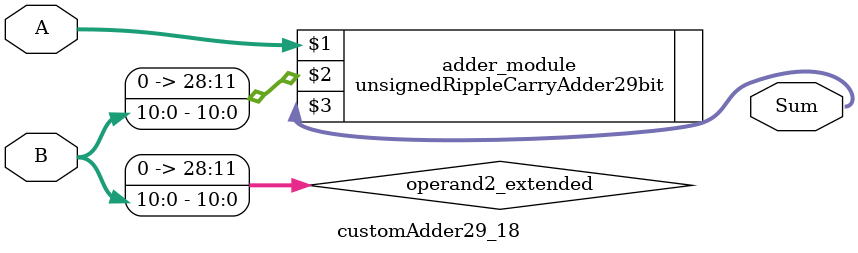
<source format=v>

module customAdder29_18(
                    input [28 : 0] A,
                    input [10 : 0] B,
                    
                    output [29 : 0] Sum
            );

    wire [28 : 0] operand2_extended;
    
    assign operand2_extended =  {18'b0, B};
    
    unsignedRippleCarryAdder29bit adder_module(
        A,
        operand2_extended,
        Sum
    );
    
endmodule
        
</source>
